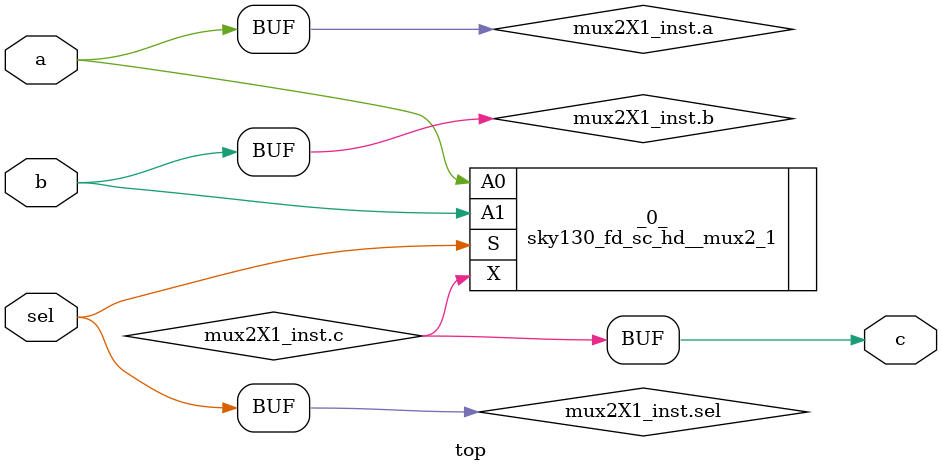
<source format=v>
/* Generated by Yosys 0.9+4274 (git sha1 e6dd4db0, gcc 9.3.0-17ubuntu1~20.04 -fPIC -Os) */

module top(a, b, sel, c);
  input a;
  input b;
  output c;
  wire \mux2X1_inst.a ;
  wire \mux2X1_inst.b ;
  wire \mux2X1_inst.c ;
  wire \mux2X1_inst.sel ;
  input sel;
  sky130_fd_sc_hd__mux2_1 _0_ (
    .A0(\mux2X1_inst.a ),
    .A1(\mux2X1_inst.b ),
    .S(\mux2X1_inst.sel ),
    .X(\mux2X1_inst.c )
  );
  assign \mux2X1_inst.a  = a;
  assign \mux2X1_inst.b  = b;
  assign c = \mux2X1_inst.c ;
  assign \mux2X1_inst.sel  = sel;
endmodule

</source>
